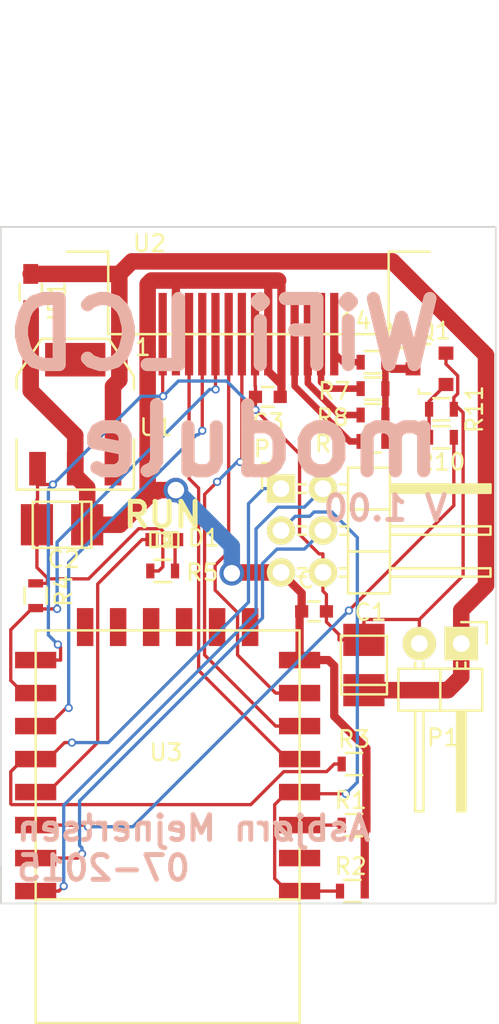
<source format=kicad_pcb>
(kicad_pcb (version 20171130) (host pcbnew "(5.1.12)-1")

  (general
    (thickness 1.6)
    (drawings 10)
    (tracks 273)
    (zones 0)
    (modules 23)
    (nets 23)
  )

  (page A4)
  (layers
    (0 F.Cu signal)
    (31 B.Cu signal)
    (32 B.Adhes user hide)
    (33 F.Adhes user hide)
    (34 B.Paste user hide)
    (35 F.Paste user hide)
    (36 B.SilkS user hide)
    (37 F.SilkS user)
    (38 B.Mask user)
    (39 F.Mask user)
    (40 Dwgs.User user)
    (41 Cmts.User user)
    (42 Eco1.User user)
    (43 Eco2.User user)
    (44 Edge.Cuts user)
    (45 Margin user)
    (46 B.CrtYd user)
    (47 F.CrtYd user)
    (48 B.Fab user)
    (49 F.Fab user hide)
  )

  (setup
    (last_trace_width 0.2)
    (user_trace_width 0.2)
    (user_trace_width 0.3)
    (user_trace_width 0.4)
    (user_trace_width 0.5)
    (user_trace_width 1)
    (user_trace_width 1.5)
    (trace_clearance 0.16)
    (zone_clearance 0.16)
    (zone_45_only no)
    (trace_min 0.16)
    (via_size 0.5)
    (via_drill 0.3)
    (via_min_size 0.4)
    (via_min_drill 0.3)
    (user_via 0.5 0.3)
    (user_via 1.5 1)
    (uvia_size 0.3)
    (uvia_drill 0.1)
    (uvias_allowed no)
    (uvia_min_size 0.2)
    (uvia_min_drill 0.1)
    (edge_width 0.1)
    (segment_width 0.2)
    (pcb_text_width 0.3)
    (pcb_text_size 1.5 1.5)
    (mod_edge_width 0.15)
    (mod_text_size 1 1)
    (mod_text_width 0.15)
    (pad_size 1.7 5.5)
    (pad_drill 1.2)
    (pad_to_mask_clearance 0)
    (aux_axis_origin 71.275 91.25)
    (visible_elements 7FFEFFFF)
    (pcbplotparams
      (layerselection 0x010f0_80000001)
      (usegerberextensions true)
      (usegerberattributes true)
      (usegerberadvancedattributes true)
      (creategerberjobfile true)
      (gerberprecision 5)
      (excludeedgelayer false)
      (linewidth 0.100000)
      (plotframeref false)
      (viasonmask false)
      (mode 1)
      (useauxorigin true)
      (hpglpennumber 1)
      (hpglpenspeed 20)
      (hpglpendiameter 15.000000)
      (psnegative false)
      (psa4output false)
      (plotreference true)
      (plotvalue false)
      (plotinvisibletext false)
      (padsonsilk false)
      (subtractmaskfromsilk false)
      (outputformat 1)
      (mirror false)
      (drillshape 0)
      (scaleselection 1)
      (outputdirectory "G:/gerber/"))
  )

  (net 0 "")
  (net 1 +5V)
  (net 2 GND)
  (net 3 +3V3)
  (net 4 /DTR)
  (net 5 /RX)
  (net 6 /TX)
  (net 7 /RTS)
  (net 8 "Net-(R1-Pad2)")
  (net 9 /MOSI)
  (net 10 /MISO)
  (net 11 /DC)
  (net 12 /SCL)
  (net 13 "Net-(D1-Pad2)")
  (net 14 "Net-(D1-Pad1)")
  (net 15 "Net-(Q1-Pad1)")
  (net 16 "Net-(Q1-Pad3)")
  (net 17 /CS)
  (net 18 "Net-(R6-Pad2)")
  (net 19 "Net-(R7-Pad2)")
  (net 20 "Net-(R8-Pad2)")
  (net 21 "Net-(R9-Pad2)")
  (net 22 /BL)

  (net_class Default "This is the default net class."
    (clearance 0.16)
    (trace_width 0.2)
    (via_dia 0.5)
    (via_drill 0.3)
    (uvia_dia 0.3)
    (uvia_drill 0.1)
    (add_net +3V3)
    (add_net +5V)
    (add_net /BL)
    (add_net /CS)
    (add_net /DC)
    (add_net /DTR)
    (add_net /MISO)
    (add_net /MOSI)
    (add_net /RTS)
    (add_net /RX)
    (add_net /SCL)
    (add_net /TX)
    (add_net GND)
    (add_net "Net-(D1-Pad1)")
    (add_net "Net-(D1-Pad2)")
    (add_net "Net-(Q1-Pad1)")
    (add_net "Net-(Q1-Pad3)")
    (add_net "Net-(R1-Pad2)")
    (add_net "Net-(R6-Pad2)")
    (add_net "Net-(R7-Pad2)")
    (add_net "Net-(R8-Pad2)")
    (add_net "Net-(R9-Pad2)")
  )

  (module SMD_Packages:SOT-223 (layer F.Cu) (tedit 5587E49B) (tstamp 5576ED9E)
    (at 75.825 61.35)
    (descr "module CMS SOT223 4 pins")
    (tags "CMS SOT")
    (path /5576B18F)
    (attr smd)
    (fp_text reference U1 (at 4.9 0.8) (layer F.SilkS)
      (effects (font (size 1 1) (thickness 0.15)))
    )
    (fp_text value AP1117D33 (at 0 0.762) (layer F.Fab)
      (effects (font (size 1 1) (thickness 0.15)))
    )
    (fp_line (start 3.556 -2.286) (end 3.556 -1.524) (layer F.SilkS) (width 0.15))
    (fp_line (start 2.032 -4.572) (end 3.556 -2.286) (layer F.SilkS) (width 0.15))
    (fp_line (start -2.032 -4.572) (end 2.032 -4.572) (layer F.SilkS) (width 0.15))
    (fp_line (start -3.556 -2.286) (end -2.032 -4.572) (layer F.SilkS) (width 0.15))
    (fp_line (start -3.556 -1.524) (end -3.556 -2.286) (layer F.SilkS) (width 0.15))
    (fp_line (start 3.556 4.572) (end 3.556 1.524) (layer F.SilkS) (width 0.15))
    (fp_line (start -3.556 4.572) (end 3.556 4.572) (layer F.SilkS) (width 0.15))
    (fp_line (start -3.556 1.524) (end -3.556 4.572) (layer F.SilkS) (width 0.15))
    (pad 4 smd rect (at 0 -3.302) (size 3.6576 2.032) (layers F.Cu F.Paste F.Mask))
    (pad 2 smd rect (at 0 3.302) (size 1.016 2.032) (layers F.Cu F.Paste F.Mask)
      (net 3 +3V3))
    (pad 3 smd rect (at 2.286 3.302) (size 1.016 2.032) (layers F.Cu F.Paste F.Mask)
      (net 1 +5V))
    (pad 1 smd rect (at -2.286 3.302) (size 1.016 2.032) (layers F.Cu F.Paste F.Mask)
      (net 2 GND))
    (model SMD_Packages.3dshapes/SOT-223.wrl
      (at (xyz 0 0 0))
      (scale (xyz 0.4 0.4 0.4))
      (rotate (xyz 0 0 0))
    )
  )

  (module modules:ESP-12E (layer F.Cu) (tedit 5587E51D) (tstamp 5576EF2B)
    (at 81.425 74.25 180)
    (path /5576B09F)
    (fp_text reference U3 (at 0.1 -7.6 180) (layer F.SilkS)
      (effects (font (size 1 1) (thickness 0.15)))
    )
    (fp_text value ESP-12E (at 0 -12 180) (layer F.Fab)
      (effects (font (size 1 1) (thickness 0.15)))
    )
    (fp_line (start 8 -0.2) (end -8 -0.2) (layer F.SilkS) (width 0.15))
    (fp_line (start 8 -24) (end 8 -0.2) (layer F.SilkS) (width 0.15))
    (fp_line (start -8 -24) (end 8 -24) (layer F.SilkS) (width 0.15))
    (fp_line (start -8 -0.2) (end -8 -24) (layer F.SilkS) (width 0.15))
    (fp_line (start -8 -16.5) (end 8 -16.5) (layer F.SilkS) (width 0.15))
    (pad 1 smd rect (at -8 -16 180) (size 2.5 1) (layers F.Cu F.Paste F.Mask)
      (net 7 /RTS))
    (pad 2 smd rect (at -8 -14 180) (size 2.5 1) (layers F.Cu F.Paste F.Mask))
    (pad 3 smd rect (at -8 -12 180) (size 2.5 1) (layers F.Cu F.Paste F.Mask)
      (net 8 "Net-(R1-Pad2)"))
    (pad 4 smd rect (at -8 -10 180) (size 2.5 1) (layers F.Cu F.Paste F.Mask)
      (net 7 /RTS))
    (pad 5 smd rect (at -8 -8 180) (size 2.5 1) (layers F.Cu F.Paste F.Mask)
      (net 12 /SCL))
    (pad 6 smd rect (at -8 -6 180) (size 2.5 1) (layers F.Cu F.Paste F.Mask)
      (net 10 /MISO))
    (pad 7 smd rect (at -8 -4 180) (size 2.5 1) (layers F.Cu F.Paste F.Mask)
      (net 9 /MOSI))
    (pad 8 smd rect (at -8 -2 180) (size 2.5 1) (layers F.Cu F.Paste F.Mask)
      (net 3 +3V3))
    (pad 15 smd rect (at 8 -2 180) (size 2.5 1) (layers F.Cu F.Paste F.Mask)
      (net 2 GND))
    (pad 16 smd rect (at 8 -4 180) (size 2.5 1) (layers F.Cu F.Paste F.Mask)
      (net 17 /CS))
    (pad 17 smd rect (at 8 -6 180) (size 2.5 1) (layers F.Cu F.Paste F.Mask)
      (net 11 /DC))
    (pad 18 smd rect (at 8 -8 180) (size 2.5 1) (layers F.Cu F.Paste F.Mask)
      (net 4 /DTR))
    (pad 19 smd rect (at 8 -10 180) (size 2.5 1) (layers F.Cu F.Paste F.Mask)
      (net 13 "Net-(D1-Pad2)"))
    (pad 20 smd rect (at 8 -12 180) (size 2.5 1) (layers F.Cu F.Paste F.Mask)
      (net 22 /BL))
    (pad 21 smd rect (at 8 -14 180) (size 2.5 1) (layers F.Cu F.Paste F.Mask)
      (net 6 /TX))
    (pad 22 smd rect (at 8 -16 180) (size 2.5 1) (layers F.Cu F.Paste F.Mask)
      (net 5 /RX))
    (pad 9 smd rect (at -5 0 180) (size 1 2.3) (layers F.Cu F.Paste F.Mask))
    (pad 10 smd rect (at -3 0 180) (size 1 2.3) (layers F.Cu F.Paste F.Mask))
    (pad 11 smd rect (at -1 0 180) (size 1 2.3) (layers F.Cu F.Paste F.Mask))
    (pad 12 smd rect (at 1 0 180) (size 1 2.3) (layers F.Cu F.Paste F.Mask))
    (pad 13 smd rect (at 3 0 180) (size 1 2.3) (layers F.Cu F.Paste F.Mask))
    (pad 14 smd rect (at 5 0 180) (size 1 2.3) (layers F.Cu F.Paste F.Mask))
  )

  (module Capacitors_Tantalum_SMD:TantalC_SizeT_EIA-3528 (layer F.Cu) (tedit 0) (tstamp 5576ED4E)
    (at 93.325 76.55 270)
    (descr TantalC_SizeT_EIA-3528)
    (path /5576E011)
    (fp_text reference C1 (at -3.2 -0.4) (layer F.SilkS)
      (effects (font (size 1 1) (thickness 0.15)))
    )
    (fp_text value "22uF 25V" (at 0 1.9685 270) (layer F.Fab)
      (effects (font (size 1 1) (thickness 0.15)))
    )
    (fp_line (start 1.778 1.397) (end 1.778 -1.397) (layer F.SilkS) (width 0.15))
    (fp_line (start -1.778 1.397) (end 1.778 1.397) (layer F.SilkS) (width 0.15))
    (fp_line (start -1.778 -1.397) (end -1.778 1.397) (layer F.SilkS) (width 0.15))
    (fp_line (start 1.778 -1.397) (end -1.778 -1.397) (layer F.SilkS) (width 0.15))
    (fp_line (start 1.2065 -1.397) (end 1.2065 1.397) (layer F.SilkS) (width 0.15))
    (pad 1 smd rect (at 1.524 0 270) (size 1.95072 2.49936) (layers F.Cu F.Paste F.Mask)
      (net 1 +5V))
    (pad 2 smd rect (at -1.524 0 270) (size 1.95072 2.49936) (layers F.Cu F.Paste F.Mask)
      (net 2 GND))
    (model Capacitors_Tantalum_SMD.3dshapes/TantalC_SizeT_EIA-3528.wrl
      (at (xyz 0 0 0))
      (scale (xyz 1 1 1))
      (rotate (xyz 0 0 0))
    )
  )

  (module Capacitors_Tantalum_SMD:TantalC_SizeT_EIA-3528 (layer F.Cu) (tedit 5587E4B2) (tstamp 5576ED54)
    (at 75.025 68.05)
    (descr TantalC_SizeT_EIA-3528)
    (path /5576DCB8)
    (fp_text reference C2 (at 0.1 2.1) (layer F.SilkS)
      (effects (font (size 1 1) (thickness 0.15)))
    )
    (fp_text value "100uF 6.3v" (at 0 1.9685) (layer F.Fab)
      (effects (font (size 1 1) (thickness 0.15)))
    )
    (fp_line (start 1.778 1.397) (end 1.778 -1.397) (layer F.SilkS) (width 0.15))
    (fp_line (start -1.778 1.397) (end 1.778 1.397) (layer F.SilkS) (width 0.15))
    (fp_line (start -1.778 -1.397) (end -1.778 1.397) (layer F.SilkS) (width 0.15))
    (fp_line (start 1.778 -1.397) (end -1.778 -1.397) (layer F.SilkS) (width 0.15))
    (fp_line (start 1.2065 -1.397) (end 1.2065 1.397) (layer F.SilkS) (width 0.15))
    (pad 1 smd rect (at 1.524 0) (size 1.95072 2.49936) (layers F.Cu F.Paste F.Mask)
      (net 3 +3V3))
    (pad 2 smd rect (at -1.524 0) (size 1.95072 2.49936) (layers F.Cu F.Paste F.Mask)
      (net 2 GND))
    (model Capacitors_Tantalum_SMD.3dshapes/TantalC_SizeT_EIA-3528.wrl
      (at (xyz 0 0 0))
      (scale (xyz 1 1 1))
      (rotate (xyz 0 0 0))
    )
  )

  (module Pin_Headers:Pin_Header_Angled_1x02 (layer F.Cu) (tedit 5587E53A) (tstamp 55780451)
    (at 99.225 75.25 270)
    (descr "Through hole pin header")
    (tags "pin header")
    (path /55780259)
    (fp_text reference P1 (at 5.7 1.1) (layer F.SilkS)
      (effects (font (size 1 1) (thickness 0.15)))
    )
    (fp_text value CONN_01X02 (at 0 -3.1 270) (layer F.Fab)
      (effects (font (size 1 1) (thickness 0.15)))
    )
    (fp_line (start 1.524 -1.27) (end 1.524 1.27) (layer F.SilkS) (width 0.15))
    (fp_line (start 1.524 1.27) (end 4.064 1.27) (layer F.SilkS) (width 0.15))
    (fp_line (start 4.064 -0.254) (end 10.16 -0.254) (layer F.SilkS) (width 0.15))
    (fp_line (start 10.16 -0.254) (end 10.16 0.254) (layer F.SilkS) (width 0.15))
    (fp_line (start 10.16 0.254) (end 4.064 0.254) (layer F.SilkS) (width 0.15))
    (fp_line (start 4.064 1.27) (end 4.064 -1.27) (layer F.SilkS) (width 0.15))
    (fp_line (start 4.064 3.81) (end 4.064 1.27) (layer F.SilkS) (width 0.15))
    (fp_line (start 10.16 2.794) (end 4.064 2.794) (layer F.SilkS) (width 0.15))
    (fp_line (start 10.16 2.286) (end 10.16 2.794) (layer F.SilkS) (width 0.15))
    (fp_line (start 4.064 2.286) (end 10.16 2.286) (layer F.SilkS) (width 0.15))
    (fp_line (start 1.524 3.81) (end 4.064 3.81) (layer F.SilkS) (width 0.15))
    (fp_line (start 1.524 1.27) (end 1.524 3.81) (layer F.SilkS) (width 0.15))
    (fp_line (start 1.524 1.27) (end 4.064 1.27) (layer F.SilkS) (width 0.15))
    (fp_line (start 1.524 -1.27) (end 4.064 -1.27) (layer F.SilkS) (width 0.15))
    (fp_line (start 1.524 2.794) (end 1.143 2.794) (layer F.SilkS) (width 0.15))
    (fp_line (start 1.524 2.286) (end 1.143 2.286) (layer F.SilkS) (width 0.15))
    (fp_line (start 1.524 0.254) (end 1.143 0.254) (layer F.SilkS) (width 0.15))
    (fp_line (start 1.524 -0.254) (end 1.143 -0.254) (layer F.SilkS) (width 0.15))
    (fp_line (start 4.191 0) (end 10.033 0) (layer F.SilkS) (width 0.15))
    (fp_line (start 4.191 0.127) (end 4.191 0) (layer F.SilkS) (width 0.15))
    (fp_line (start 10.033 0.127) (end 4.191 0.127) (layer F.SilkS) (width 0.15))
    (fp_line (start 10.033 -0.127) (end 10.033 0.127) (layer F.SilkS) (width 0.15))
    (fp_line (start 4.191 -0.127) (end 10.033 -0.127) (layer F.SilkS) (width 0.15))
    (fp_line (start 0 -1.55) (end -1.3 -1.55) (layer F.SilkS) (width 0.15))
    (fp_line (start -1.3 -1.55) (end -1.3 0) (layer F.SilkS) (width 0.15))
    (fp_line (start -1.5 4.3) (end 10.65 4.3) (layer F.CrtYd) (width 0.05))
    (fp_line (start -1.5 -1.75) (end 10.65 -1.75) (layer F.CrtYd) (width 0.05))
    (fp_line (start 10.65 -1.75) (end 10.65 4.3) (layer F.CrtYd) (width 0.05))
    (fp_line (start -1.5 -1.75) (end -1.5 4.3) (layer F.CrtYd) (width 0.05))
    (pad 1 thru_hole rect (at 0 0 270) (size 2.032 2.032) (drill 1.016) (layers *.Cu *.Mask F.SilkS)
      (net 1 +5V))
    (pad 2 thru_hole oval (at 0 2.54 270) (size 2.032 2.032) (drill 1.016) (layers *.Cu *.Mask F.SilkS)
      (net 2 GND))
    (model Pin_Headers.3dshapes/Pin_Header_Angled_1x02.wrl
      (offset (xyz 0 -1.269999980926514 0))
      (scale (xyz 1 1 1))
      (rotate (xyz 0 0 90))
    )
  )

  (module LEDs:LED-0603 (layer F.Cu) (tedit 5587E4BC) (tstamp 55797188)
    (at 81.225 68.95 180)
    (descr "LED 0603 smd package")
    (tags "LED led 0603 SMD smd SMT smt smdled SMDLED smtled SMTLED")
    (path /55797143)
    (attr smd)
    (fp_text reference D1 (at -2.4 0.1 180) (layer F.SilkS)
      (effects (font (size 1 1) (thickness 0.15)))
    )
    (fp_text value LED (at 0 1.2 180) (layer F.Fab)
      (effects (font (size 1 1) (thickness 0.15)))
    )
    (fp_line (start -0.44958 0.39878) (end 0.44958 0.39878) (layer F.SilkS) (width 0.15))
    (fp_line (start -0.44958 -0.39878) (end 0.44958 -0.39878) (layer F.SilkS) (width 0.15))
    (fp_line (start 0 -0.14986) (end -0.29972 -0.14986) (layer F.SilkS) (width 0.15))
    (fp_line (start -0.29972 -0.14986) (end -0.29972 0.14986) (layer F.SilkS) (width 0.15))
    (fp_line (start 0 0.14986) (end -0.29972 0.14986) (layer F.SilkS) (width 0.15))
    (fp_line (start 0 -0.14986) (end 0 0.14986) (layer F.SilkS) (width 0.15))
    (fp_line (start 0 0.29972) (end -0.29972 0.29972) (layer F.SilkS) (width 0.15))
    (fp_line (start -0.29972 0.29972) (end -0.29972 0.44958) (layer F.SilkS) (width 0.15))
    (fp_line (start 0 0.44958) (end -0.29972 0.44958) (layer F.SilkS) (width 0.15))
    (fp_line (start 0 0.29972) (end 0 0.44958) (layer F.SilkS) (width 0.15))
    (fp_line (start 0 -0.44958) (end -0.29972 -0.44958) (layer F.SilkS) (width 0.15))
    (fp_line (start -0.29972 -0.44958) (end -0.29972 -0.29972) (layer F.SilkS) (width 0.15))
    (fp_line (start 0 -0.29972) (end -0.29972 -0.29972) (layer F.SilkS) (width 0.15))
    (fp_line (start 0 -0.44958) (end 0 -0.29972) (layer F.SilkS) (width 0.15))
    (fp_line (start 0.84836 -0.44958) (end 0.44958 -0.44958) (layer F.SilkS) (width 0.15))
    (fp_line (start 0.44958 -0.44958) (end 0.44958 0.44958) (layer F.SilkS) (width 0.15))
    (fp_line (start 0.84836 0.44958) (end 0.44958 0.44958) (layer F.SilkS) (width 0.15))
    (fp_line (start 0.84836 -0.44958) (end 0.84836 0.44958) (layer F.SilkS) (width 0.15))
    (fp_line (start -0.44958 -0.44958) (end -0.84836 -0.44958) (layer F.SilkS) (width 0.15))
    (fp_line (start -0.84836 -0.44958) (end -0.84836 0.44958) (layer F.SilkS) (width 0.15))
    (fp_line (start -0.44958 0.44958) (end -0.84836 0.44958) (layer F.SilkS) (width 0.15))
    (fp_line (start -0.44958 -0.44958) (end -0.44958 0.44958) (layer F.SilkS) (width 0.15))
    (pad 2 smd rect (at 0.7493 0) (size 0.79756 0.79756) (layers F.Cu F.Paste F.Mask)
      (net 13 "Net-(D1-Pad2)"))
    (pad 1 smd rect (at -0.7493 0) (size 0.79756 0.79756) (layers F.Cu F.Paste F.Mask)
      (net 14 "Net-(D1-Pad1)"))
  )

  (module Capacitors_SMD:C_0603 (layer F.Cu) (tedit 5587E4D6) (tstamp 5587AEE4)
    (at 87.5 60.3 180)
    (descr "Capacitor SMD 0603, reflow soldering, AVX (see smccp.pdf)")
    (tags "capacitor 0603")
    (path /5576CCD8)
    (attr smd)
    (fp_text reference C3 (at -0.025 -1.55 180) (layer F.SilkS)
      (effects (font (size 1 1) (thickness 0.15)))
    )
    (fp_text value 100n (at 0 1.9 180) (layer F.Fab)
      (effects (font (size 1 1) (thickness 0.15)))
    )
    (fp_line (start 0.35 0.6) (end -0.35 0.6) (layer F.SilkS) (width 0.15))
    (fp_line (start -0.35 -0.6) (end 0.35 -0.6) (layer F.SilkS) (width 0.15))
    (fp_line (start 1.45 -0.75) (end 1.45 0.75) (layer F.CrtYd) (width 0.05))
    (fp_line (start -1.45 -0.75) (end -1.45 0.75) (layer F.CrtYd) (width 0.05))
    (fp_line (start -1.45 0.75) (end 1.45 0.75) (layer F.CrtYd) (width 0.05))
    (fp_line (start -1.45 -0.75) (end 1.45 -0.75) (layer F.CrtYd) (width 0.05))
    (pad 1 smd rect (at -0.75 0 180) (size 0.8 0.75) (layers F.Cu F.Paste F.Mask)
      (net 3 +3V3))
    (pad 2 smd rect (at 0.75 0 180) (size 0.8 0.75) (layers F.Cu F.Paste F.Mask)
      (net 2 GND))
    (model Capacitors_SMD.3dshapes/C_0603.wrl
      (at (xyz 0 0 0))
      (scale (xyz 1 1 1))
      (rotate (xyz 0 0 0))
    )
  )

  (module Capacitors_SMD:C_0603 (layer F.Cu) (tedit 5415D631) (tstamp 5587AEE9)
    (at 90.3 73.3)
    (descr "Capacitor SMD 0603, reflow soldering, AVX (see smccp.pdf)")
    (tags "capacitor 0603")
    (path /5576B526)
    (attr smd)
    (fp_text reference C4 (at 0 -1.9) (layer F.SilkS)
      (effects (font (size 1 1) (thickness 0.15)))
    )
    (fp_text value 100n (at 0 1.9) (layer F.Fab)
      (effects (font (size 1 1) (thickness 0.15)))
    )
    (fp_line (start 0.35 0.6) (end -0.35 0.6) (layer F.SilkS) (width 0.15))
    (fp_line (start -0.35 -0.6) (end 0.35 -0.6) (layer F.SilkS) (width 0.15))
    (fp_line (start 1.45 -0.75) (end 1.45 0.75) (layer F.CrtYd) (width 0.05))
    (fp_line (start -1.45 -0.75) (end -1.45 0.75) (layer F.CrtYd) (width 0.05))
    (fp_line (start -1.45 0.75) (end 1.45 0.75) (layer F.CrtYd) (width 0.05))
    (fp_line (start -1.45 -0.75) (end 1.45 -0.75) (layer F.CrtYd) (width 0.05))
    (pad 1 smd rect (at -0.75 0) (size 0.8 0.75) (layers F.Cu F.Paste F.Mask)
      (net 3 +3V3))
    (pad 2 smd rect (at 0.75 0) (size 0.8 0.75) (layers F.Cu F.Paste F.Mask)
      (net 2 GND))
    (model Capacitors_SMD.3dshapes/C_0603.wrl
      (at (xyz 0 0 0))
      (scale (xyz 1 1 1))
      (rotate (xyz 0 0 0))
    )
  )

  (module Resistors_SMD:R_0603_HandSoldering (layer F.Cu) (tedit 0) (tstamp 5587AEF3)
    (at 73.125 53.95 270)
    (descr "Resistor SMD 0603, hand soldering")
    (tags "resistor 0603")
    (path /55873135)
    (attr smd)
    (fp_text reference JP1 (at 0.7 -1.6 270) (layer F.SilkS)
      (effects (font (size 1 1) (thickness 0.15)))
    )
    (fp_text value JUMPER (at 0 1.9 270) (layer F.Fab)
      (effects (font (size 1 1) (thickness 0.15)))
    )
    (fp_line (start -0.5 -0.675) (end 0.5 -0.675) (layer F.SilkS) (width 0.15))
    (fp_line (start 0.5 0.675) (end -0.5 0.675) (layer F.SilkS) (width 0.15))
    (fp_line (start 2 -0.8) (end 2 0.8) (layer F.CrtYd) (width 0.05))
    (fp_line (start -2 -0.8) (end -2 0.8) (layer F.CrtYd) (width 0.05))
    (fp_line (start -2 0.8) (end 2 0.8) (layer F.CrtYd) (width 0.05))
    (fp_line (start -2 -0.8) (end 2 -0.8) (layer F.CrtYd) (width 0.05))
    (pad 1 smd rect (at -1.1 0 270) (size 1.2 0.9) (layers F.Cu F.Paste F.Mask)
      (net 1 +5V))
    (pad 2 smd rect (at 1.1 0 270) (size 1.2 0.9) (layers F.Cu F.Paste F.Mask)
      (net 3 +3V3))
    (model Resistors_SMD.3dshapes/R_0603_HandSoldering.wrl
      (at (xyz 0 0 0))
      (scale (xyz 1 1 1))
      (rotate (xyz 0 0 0))
    )
  )

  (module Resistors_SMD:R_0603 (layer F.Cu) (tedit 0) (tstamp 5587AF04)
    (at 92.725 86.25 180)
    (descr "Resistor SMD 0603, reflow soldering, Vishay (see dcrcw.pdf)")
    (tags "resistor 0603")
    (path /5576B3BD)
    (attr smd)
    (fp_text reference R1 (at 0.2 1.5 180) (layer F.SilkS)
      (effects (font (size 1 1) (thickness 0.15)))
    )
    (fp_text value 10K (at 0 1.9 180) (layer F.Fab)
      (effects (font (size 1 1) (thickness 0.15)))
    )
    (fp_line (start -0.5 -0.675) (end 0.5 -0.675) (layer F.SilkS) (width 0.15))
    (fp_line (start 0.5 0.675) (end -0.5 0.675) (layer F.SilkS) (width 0.15))
    (fp_line (start 1.3 -0.8) (end 1.3 0.8) (layer F.CrtYd) (width 0.05))
    (fp_line (start -1.3 -0.8) (end -1.3 0.8) (layer F.CrtYd) (width 0.05))
    (fp_line (start -1.3 0.8) (end 1.3 0.8) (layer F.CrtYd) (width 0.05))
    (fp_line (start -1.3 -0.8) (end 1.3 -0.8) (layer F.CrtYd) (width 0.05))
    (pad 1 smd rect (at -0.75 0 180) (size 0.5 0.9) (layers F.Cu F.Paste F.Mask)
      (net 3 +3V3))
    (pad 2 smd rect (at 0.75 0 180) (size 0.5 0.9) (layers F.Cu F.Paste F.Mask)
      (net 8 "Net-(R1-Pad2)"))
    (model Resistors_SMD.3dshapes/R_0603.wrl
      (at (xyz 0 0 0))
      (scale (xyz 1 1 1))
      (rotate (xyz 0 0 0))
    )
  )

  (module Resistors_SMD:R_0603 (layer F.Cu) (tedit 5587E52B) (tstamp 5587AF09)
    (at 92.625 90.25 180)
    (descr "Resistor SMD 0603, reflow soldering, Vishay (see dcrcw.pdf)")
    (tags "resistor 0603")
    (path /5576B335)
    (attr smd)
    (fp_text reference R2 (at 0.1 1.5 180) (layer F.SilkS)
      (effects (font (size 1 1) (thickness 0.15)))
    )
    (fp_text value 10K (at 0 1.9 180) (layer F.Fab)
      (effects (font (size 1 1) (thickness 0.15)))
    )
    (fp_line (start -0.5 -0.675) (end 0.5 -0.675) (layer F.SilkS) (width 0.15))
    (fp_line (start 0.5 0.675) (end -0.5 0.675) (layer F.SilkS) (width 0.15))
    (fp_line (start 1.3 -0.8) (end 1.3 0.8) (layer F.CrtYd) (width 0.05))
    (fp_line (start -1.3 -0.8) (end -1.3 0.8) (layer F.CrtYd) (width 0.05))
    (fp_line (start -1.3 0.8) (end 1.3 0.8) (layer F.CrtYd) (width 0.05))
    (fp_line (start -1.3 -0.8) (end 1.3 -0.8) (layer F.CrtYd) (width 0.05))
    (pad 1 smd rect (at -0.75 0 180) (size 0.5 0.9) (layers F.Cu F.Paste F.Mask)
      (net 3 +3V3))
    (pad 2 smd rect (at 0.75 0 180) (size 0.5 0.9) (layers F.Cu F.Paste F.Mask)
      (net 7 /RTS))
    (model Resistors_SMD.3dshapes/R_0603.wrl
      (at (xyz 0 0 0))
      (scale (xyz 1 1 1))
      (rotate (xyz 0 0 0))
    )
  )

  (module Resistors_SMD:R_0603 (layer F.Cu) (tedit 0) (tstamp 5587AF0E)
    (at 92.725 82.55 180)
    (descr "Resistor SMD 0603, reflow soldering, Vishay (see dcrcw.pdf)")
    (tags "resistor 0603")
    (path /5576B407)
    (attr smd)
    (fp_text reference R3 (at 0 1.5 180) (layer F.SilkS)
      (effects (font (size 1 1) (thickness 0.15)))
    )
    (fp_text value 10K (at 0 1.9 180) (layer F.Fab)
      (effects (font (size 1 1) (thickness 0.15)))
    )
    (fp_line (start -0.5 -0.675) (end 0.5 -0.675) (layer F.SilkS) (width 0.15))
    (fp_line (start 0.5 0.675) (end -0.5 0.675) (layer F.SilkS) (width 0.15))
    (fp_line (start 1.3 -0.8) (end 1.3 0.8) (layer F.CrtYd) (width 0.05))
    (fp_line (start -1.3 -0.8) (end -1.3 0.8) (layer F.CrtYd) (width 0.05))
    (fp_line (start -1.3 0.8) (end 1.3 0.8) (layer F.CrtYd) (width 0.05))
    (fp_line (start -1.3 -0.8) (end 1.3 -0.8) (layer F.CrtYd) (width 0.05))
    (pad 1 smd rect (at -0.75 0 180) (size 0.5 0.9) (layers F.Cu F.Paste F.Mask)
      (net 3 +3V3))
    (pad 2 smd rect (at 0.75 0 180) (size 0.5 0.9) (layers F.Cu F.Paste F.Mask)
      (net 4 /DTR))
    (model Resistors_SMD.3dshapes/R_0603.wrl
      (at (xyz 0 0 0))
      (scale (xyz 1 1 1))
      (rotate (xyz 0 0 0))
    )
  )

  (module Resistors_SMD:R_0603 (layer F.Cu) (tedit 5587E4B4) (tstamp 5587AF13)
    (at 73.425 72.35 90)
    (descr "Resistor SMD 0603, reflow soldering, Vishay (see dcrcw.pdf)")
    (tags "resistor 0603")
    (path /5576B4AC)
    (attr smd)
    (fp_text reference R4 (at 0.3 1.7 90) (layer F.SilkS)
      (effects (font (size 1 1) (thickness 0.15)))
    )
    (fp_text value 10K (at 0 1.9 90) (layer F.Fab)
      (effects (font (size 1 1) (thickness 0.15)))
    )
    (fp_line (start -0.5 -0.675) (end 0.5 -0.675) (layer F.SilkS) (width 0.15))
    (fp_line (start 0.5 0.675) (end -0.5 0.675) (layer F.SilkS) (width 0.15))
    (fp_line (start 1.3 -0.8) (end 1.3 0.8) (layer F.CrtYd) (width 0.05))
    (fp_line (start -1.3 -0.8) (end -1.3 0.8) (layer F.CrtYd) (width 0.05))
    (fp_line (start -1.3 0.8) (end 1.3 0.8) (layer F.CrtYd) (width 0.05))
    (fp_line (start -1.3 -0.8) (end 1.3 -0.8) (layer F.CrtYd) (width 0.05))
    (pad 1 smd rect (at -0.75 0 90) (size 0.5 0.9) (layers F.Cu F.Paste F.Mask)
      (net 17 /CS))
    (pad 2 smd rect (at 0.75 0 90) (size 0.5 0.9) (layers F.Cu F.Paste F.Mask)
      (net 2 GND))
    (model Resistors_SMD.3dshapes/R_0603.wrl
      (at (xyz 0 0 0))
      (scale (xyz 1 1 1))
      (rotate (xyz 0 0 0))
    )
  )

  (module Resistors_SMD:R_0603 (layer F.Cu) (tedit 5587E4B9) (tstamp 5587AF18)
    (at 81.125 70.85 180)
    (descr "Resistor SMD 0603, reflow soldering, Vishay (see dcrcw.pdf)")
    (tags "resistor 0603")
    (path /55797314)
    (attr smd)
    (fp_text reference R5 (at -2.4 -0.1 180) (layer F.SilkS)
      (effects (font (size 1 1) (thickness 0.15)))
    )
    (fp_text value 220 (at 0 1.9 180) (layer F.Fab)
      (effects (font (size 1 1) (thickness 0.15)))
    )
    (fp_line (start -0.5 -0.675) (end 0.5 -0.675) (layer F.SilkS) (width 0.15))
    (fp_line (start 0.5 0.675) (end -0.5 0.675) (layer F.SilkS) (width 0.15))
    (fp_line (start 1.3 -0.8) (end 1.3 0.8) (layer F.CrtYd) (width 0.05))
    (fp_line (start -1.3 -0.8) (end -1.3 0.8) (layer F.CrtYd) (width 0.05))
    (fp_line (start -1.3 0.8) (end 1.3 0.8) (layer F.CrtYd) (width 0.05))
    (fp_line (start -1.3 -0.8) (end 1.3 -0.8) (layer F.CrtYd) (width 0.05))
    (pad 1 smd rect (at -0.75 0 180) (size 0.5 0.9) (layers F.Cu F.Paste F.Mask)
      (net 14 "Net-(D1-Pad1)"))
    (pad 2 smd rect (at 0.75 0 180) (size 0.5 0.9) (layers F.Cu F.Paste F.Mask)
      (net 2 GND))
    (model Resistors_SMD.3dshapes/R_0603.wrl
      (at (xyz 0 0 0))
      (scale (xyz 1 1 1))
      (rotate (xyz 0 0 0))
    )
  )

  (module Resistors_SMD:R_0603 (layer F.Cu) (tedit 558BBE99) (tstamp 5587AF22)
    (at 93.875 58.2 180)
    (descr "Resistor SMD 0603, reflow soldering, Vishay (see dcrcw.pdf)")
    (tags "resistor 0603")
    (path /55870C9D)
    (attr smd)
    (fp_text reference R6 (at -1.625 1.6 90) (layer F.SilkS)
      (effects (font (size 1 1) (thickness 0.15)))
    )
    (fp_text value 4R7 (at 0 1.9 180) (layer F.Fab)
      (effects (font (size 1 1) (thickness 0.15)))
    )
    (fp_line (start -0.5 -0.675) (end 0.5 -0.675) (layer F.SilkS) (width 0.15))
    (fp_line (start 0.5 0.675) (end -0.5 0.675) (layer F.SilkS) (width 0.15))
    (fp_line (start 1.3 -0.8) (end 1.3 0.8) (layer F.CrtYd) (width 0.05))
    (fp_line (start -1.3 -0.8) (end -1.3 0.8) (layer F.CrtYd) (width 0.05))
    (fp_line (start -1.3 0.8) (end 1.3 0.8) (layer F.CrtYd) (width 0.05))
    (fp_line (start -1.3 -0.8) (end 1.3 -0.8) (layer F.CrtYd) (width 0.05))
    (pad 1 smd rect (at -0.75 0 180) (size 0.5 0.9) (layers F.Cu F.Paste F.Mask)
      (net 16 "Net-(Q1-Pad3)"))
    (pad 2 smd rect (at 0.75 0 180) (size 0.5 0.9) (layers F.Cu F.Paste F.Mask)
      (net 18 "Net-(R6-Pad2)"))
    (model Resistors_SMD.3dshapes/R_0603.wrl
      (at (xyz 0 0 0))
      (scale (xyz 1 1 1))
      (rotate (xyz 0 0 0))
    )
  )

  (module Resistors_SMD:R_0603 (layer F.Cu) (tedit 0) (tstamp 5587AF28)
    (at 93.875 59.8 180)
    (descr "Resistor SMD 0603, reflow soldering, Vishay (see dcrcw.pdf)")
    (tags "resistor 0603")
    (path /55870E0E)
    (attr smd)
    (fp_text reference R7 (at 2.35 -0.15 180) (layer F.SilkS)
      (effects (font (size 1 1) (thickness 0.15)))
    )
    (fp_text value 4R7 (at 0 1.9 180) (layer F.Fab)
      (effects (font (size 1 1) (thickness 0.15)))
    )
    (fp_line (start -0.5 -0.675) (end 0.5 -0.675) (layer F.SilkS) (width 0.15))
    (fp_line (start 0.5 0.675) (end -0.5 0.675) (layer F.SilkS) (width 0.15))
    (fp_line (start 1.3 -0.8) (end 1.3 0.8) (layer F.CrtYd) (width 0.05))
    (fp_line (start -1.3 -0.8) (end -1.3 0.8) (layer F.CrtYd) (width 0.05))
    (fp_line (start -1.3 0.8) (end 1.3 0.8) (layer F.CrtYd) (width 0.05))
    (fp_line (start -1.3 -0.8) (end 1.3 -0.8) (layer F.CrtYd) (width 0.05))
    (pad 1 smd rect (at -0.75 0 180) (size 0.5 0.9) (layers F.Cu F.Paste F.Mask)
      (net 16 "Net-(Q1-Pad3)"))
    (pad 2 smd rect (at 0.75 0 180) (size 0.5 0.9) (layers F.Cu F.Paste F.Mask)
      (net 19 "Net-(R7-Pad2)"))
    (model Resistors_SMD.3dshapes/R_0603.wrl
      (at (xyz 0 0 0))
      (scale (xyz 1 1 1))
      (rotate (xyz 0 0 0))
    )
  )

  (module Resistors_SMD:R_0603 (layer F.Cu) (tedit 0) (tstamp 5587AF2E)
    (at 93.875 61.4 180)
    (descr "Resistor SMD 0603, reflow soldering, Vishay (see dcrcw.pdf)")
    (tags "resistor 0603")
    (path /55870E44)
    (attr smd)
    (fp_text reference R8 (at 2.45 -0.15 180) (layer F.SilkS)
      (effects (font (size 1 1) (thickness 0.15)))
    )
    (fp_text value 4R7 (at 0 1.9 180) (layer F.Fab)
      (effects (font (size 1 1) (thickness 0.15)))
    )
    (fp_line (start -0.5 -0.675) (end 0.5 -0.675) (layer F.SilkS) (width 0.15))
    (fp_line (start 0.5 0.675) (end -0.5 0.675) (layer F.SilkS) (width 0.15))
    (fp_line (start 1.3 -0.8) (end 1.3 0.8) (layer F.CrtYd) (width 0.05))
    (fp_line (start -1.3 -0.8) (end -1.3 0.8) (layer F.CrtYd) (width 0.05))
    (fp_line (start -1.3 0.8) (end 1.3 0.8) (layer F.CrtYd) (width 0.05))
    (fp_line (start -1.3 -0.8) (end 1.3 -0.8) (layer F.CrtYd) (width 0.05))
    (pad 1 smd rect (at -0.75 0 180) (size 0.5 0.9) (layers F.Cu F.Paste F.Mask)
      (net 16 "Net-(Q1-Pad3)"))
    (pad 2 smd rect (at 0.75 0 180) (size 0.5 0.9) (layers F.Cu F.Paste F.Mask)
      (net 20 "Net-(R8-Pad2)"))
    (model Resistors_SMD.3dshapes/R_0603.wrl
      (at (xyz 0 0 0))
      (scale (xyz 1 1 1))
      (rotate (xyz 0 0 0))
    )
  )

  (module Resistors_SMD:R_0603 (layer F.Cu) (tedit 5587E4FD) (tstamp 5587AF34)
    (at 93.875 63 180)
    (descr "Resistor SMD 0603, reflow soldering, Vishay (see dcrcw.pdf)")
    (tags "resistor 0603")
    (path /55870E7C)
    (attr smd)
    (fp_text reference R9 (at 2.55 -0.15 180) (layer F.SilkS)
      (effects (font (size 1 1) (thickness 0.15)))
    )
    (fp_text value 4R7 (at 0 1.9 180) (layer F.Fab)
      (effects (font (size 1 1) (thickness 0.15)))
    )
    (fp_line (start -0.5 -0.675) (end 0.5 -0.675) (layer F.SilkS) (width 0.15))
    (fp_line (start 0.5 0.675) (end -0.5 0.675) (layer F.SilkS) (width 0.15))
    (fp_line (start 1.3 -0.8) (end 1.3 0.8) (layer F.CrtYd) (width 0.05))
    (fp_line (start -1.3 -0.8) (end -1.3 0.8) (layer F.CrtYd) (width 0.05))
    (fp_line (start -1.3 0.8) (end 1.3 0.8) (layer F.CrtYd) (width 0.05))
    (fp_line (start -1.3 -0.8) (end 1.3 -0.8) (layer F.CrtYd) (width 0.05))
    (pad 1 smd rect (at -0.75 0 180) (size 0.5 0.9) (layers F.Cu F.Paste F.Mask)
      (net 16 "Net-(Q1-Pad3)"))
    (pad 2 smd rect (at 0.75 0 180) (size 0.5 0.9) (layers F.Cu F.Paste F.Mask)
      (net 21 "Net-(R9-Pad2)"))
    (model Resistors_SMD.3dshapes/R_0603.wrl
      (at (xyz 0 0 0))
      (scale (xyz 1 1 1))
      (rotate (xyz 0 0 0))
    )
  )

  (module Resistors_SMD:R_0603 (layer F.Cu) (tedit 5587E4F6) (tstamp 5587AF3A)
    (at 98.025 61.05 180)
    (descr "Resistor SMD 0603, reflow soldering, Vishay (see dcrcw.pdf)")
    (tags "resistor 0603")
    (path /558722AB)
    (attr smd)
    (fp_text reference R10 (at 0 -3.2 180) (layer F.SilkS)
      (effects (font (size 1 1) (thickness 0.15)))
    )
    (fp_text value 100k (at 0 1.9 180) (layer F.Fab)
      (effects (font (size 1 1) (thickness 0.15)))
    )
    (fp_line (start -0.5 -0.675) (end 0.5 -0.675) (layer F.SilkS) (width 0.15))
    (fp_line (start 0.5 0.675) (end -0.5 0.675) (layer F.SilkS) (width 0.15))
    (fp_line (start 1.3 -0.8) (end 1.3 0.8) (layer F.CrtYd) (width 0.05))
    (fp_line (start -1.3 -0.8) (end -1.3 0.8) (layer F.CrtYd) (width 0.05))
    (fp_line (start -1.3 0.8) (end 1.3 0.8) (layer F.CrtYd) (width 0.05))
    (fp_line (start -1.3 -0.8) (end 1.3 -0.8) (layer F.CrtYd) (width 0.05))
    (pad 1 smd rect (at -0.75 0 180) (size 0.5 0.9) (layers F.Cu F.Paste F.Mask)
      (net 2 GND))
    (pad 2 smd rect (at 0.75 0 180) (size 0.5 0.9) (layers F.Cu F.Paste F.Mask)
      (net 15 "Net-(Q1-Pad1)"))
    (model Resistors_SMD.3dshapes/R_0603.wrl
      (at (xyz 0 0 0))
      (scale (xyz 1 1 1))
      (rotate (xyz 0 0 0))
    )
  )

  (module Resistors_SMD:R_0603 (layer F.Cu) (tedit 5587E4F2) (tstamp 5587AF40)
    (at 98.025 62.75)
    (descr "Resistor SMD 0603, reflow soldering, Vishay (see dcrcw.pdf)")
    (tags "resistor 0603")
    (path /55872B6E)
    (attr smd)
    (fp_text reference R11 (at 2 -1.7 90) (layer F.SilkS)
      (effects (font (size 1 1) (thickness 0.15)))
    )
    (fp_text value 10 (at 0 1.9) (layer F.Fab)
      (effects (font (size 1 1) (thickness 0.15)))
    )
    (fp_line (start -0.5 -0.675) (end 0.5 -0.675) (layer F.SilkS) (width 0.15))
    (fp_line (start 0.5 0.675) (end -0.5 0.675) (layer F.SilkS) (width 0.15))
    (fp_line (start 1.3 -0.8) (end 1.3 0.8) (layer F.CrtYd) (width 0.05))
    (fp_line (start -1.3 -0.8) (end -1.3 0.8) (layer F.CrtYd) (width 0.05))
    (fp_line (start -1.3 0.8) (end 1.3 0.8) (layer F.CrtYd) (width 0.05))
    (fp_line (start -1.3 -0.8) (end 1.3 -0.8) (layer F.CrtYd) (width 0.05))
    (pad 1 smd rect (at -0.75 0) (size 0.5 0.9) (layers F.Cu F.Paste F.Mask)
      (net 15 "Net-(Q1-Pad1)"))
    (pad 2 smd rect (at 0.75 0) (size 0.5 0.9) (layers F.Cu F.Paste F.Mask)
      (net 22 /BL))
    (model Resistors_SMD.3dshapes/R_0603.wrl
      (at (xyz 0 0 0))
      (scale (xyz 1 1 1))
      (rotate (xyz 0 0 0))
    )
  )

  (module Pin_Headers:Pin_Header_Angled_2x03 (layer F.Cu) (tedit 5587E4D3) (tstamp 5587B165)
    (at 88.3 65.86)
    (descr "Through hole pin header")
    (tags "pin header")
    (path /5576BB94)
    (fp_text reference P2 (at -0.675 -2.41) (layer F.SilkS)
      (effects (font (size 1 1) (thickness 0.15)))
    )
    (fp_text value CONN_01X06 (at 0 -3.1) (layer F.Fab)
      (effects (font (size 1 1) (thickness 0.15)))
    )
    (fp_line (start 4.064 -1.27) (end 6.604 -1.27) (layer F.SilkS) (width 0.15))
    (fp_line (start 4.064 -1.27) (end 4.064 1.27) (layer F.SilkS) (width 0.15))
    (fp_line (start 4.064 1.27) (end 6.604 1.27) (layer F.SilkS) (width 0.15))
    (fp_line (start 6.604 -0.254) (end 12.7 -0.254) (layer F.SilkS) (width 0.15))
    (fp_line (start 12.7 -0.254) (end 12.7 0.254) (layer F.SilkS) (width 0.15))
    (fp_line (start 12.7 0.254) (end 6.604 0.254) (layer F.SilkS) (width 0.15))
    (fp_line (start 6.604 1.27) (end 6.604 -1.27) (layer F.SilkS) (width 0.15))
    (fp_line (start 4.064 1.27) (end 6.604 1.27) (layer F.SilkS) (width 0.15))
    (fp_line (start 4.064 3.81) (end 6.604 3.81) (layer F.SilkS) (width 0.15))
    (fp_line (start 4.064 3.81) (end 4.064 6.35) (layer F.SilkS) (width 0.15))
    (fp_line (start 4.064 6.35) (end 6.604 6.35) (layer F.SilkS) (width 0.15))
    (fp_line (start 6.604 4.826) (end 12.7 4.826) (layer F.SilkS) (width 0.15))
    (fp_line (start 12.7 4.826) (end 12.7 5.334) (layer F.SilkS) (width 0.15))
    (fp_line (start 12.7 5.334) (end 6.604 5.334) (layer F.SilkS) (width 0.15))
    (fp_line (start 6.604 6.35) (end 6.604 3.81) (layer F.SilkS) (width 0.15))
    (fp_line (start 4.064 6.35) (end 6.604 6.35) (layer F.SilkS) (width 0.15))
    (fp_line (start 6.604 3.81) (end 6.604 1.27) (layer F.SilkS) (width 0.15))
    (fp_line (start 12.7 2.794) (end 6.604 2.794) (layer F.SilkS) (width 0.15))
    (fp_line (start 12.7 2.286) (end 12.7 2.794) (layer F.SilkS) (width 0.15))
    (fp_line (start 6.604 2.286) (end 12.7 2.286) (layer F.SilkS) (width 0.15))
    (fp_line (start 4.064 3.81) (end 6.604 3.81) (layer F.SilkS) (width 0.15))
    (fp_line (start 4.064 1.27) (end 4.064 3.81) (layer F.SilkS) (width 0.15))
    (fp_line (start 6.731 0) (end 12.573 0) (layer F.SilkS) (width 0.15))
    (fp_line (start 6.731 0.127) (end 6.731 0) (layer F.SilkS) (width 0.15))
    (fp_line (start 12.573 0.127) (end 6.731 0.127) (layer F.SilkS) (width 0.15))
    (fp_line (start 12.573 -0.127) (end 12.573 0.127) (layer F.SilkS) (width 0.15))
    (fp_line (start 6.604 -0.127) (end 12.573 -0.127) (layer F.SilkS) (width 0.15))
    (fp_line (start -1.15 -1.55) (end -1.15 0) (layer F.SilkS) (width 0.15))
    (fp_line (start 0 -1.55) (end -1.15 -1.55) (layer F.SilkS) (width 0.15))
    (fp_line (start 4.064 0.254) (end 3.556 0.254) (layer F.SilkS) (width 0.15))
    (fp_line (start 4.064 -0.254) (end 3.556 -0.254) (layer F.SilkS) (width 0.15))
    (fp_line (start 4.064 5.334) (end 3.556 5.334) (layer F.SilkS) (width 0.15))
    (fp_line (start 4.064 4.826) (end 3.556 4.826) (layer F.SilkS) (width 0.15))
    (fp_line (start 4.064 2.794) (end 3.556 2.794) (layer F.SilkS) (width 0.15))
    (fp_line (start 4.064 2.286) (end 3.556 2.286) (layer F.SilkS) (width 0.15))
    (fp_line (start 1.524 -0.254) (end 1.016 -0.254) (layer F.SilkS) (width 0.15))
    (fp_line (start 1.524 0.254) (end 1.016 0.254) (layer F.SilkS) (width 0.15))
    (fp_line (start 1.524 2.286) (end 1.016 2.286) (layer F.SilkS) (width 0.15))
    (fp_line (start 1.524 2.794) (end 1.016 2.794) (layer F.SilkS) (width 0.15))
    (fp_line (start 1.524 4.826) (end 1.016 4.826) (layer F.SilkS) (width 0.15))
    (fp_line (start 1.524 5.334) (end 1.016 5.334) (layer F.SilkS) (width 0.15))
    (fp_line (start -1.35 6.85) (end 13.2 6.85) (layer F.CrtYd) (width 0.05))
    (fp_line (start -1.35 -1.75) (end 13.2 -1.75) (layer F.CrtYd) (width 0.05))
    (fp_line (start 13.2 -1.75) (end 13.2 6.85) (layer F.CrtYd) (width 0.05))
    (fp_line (start -1.35 -1.75) (end -1.35 6.85) (layer F.CrtYd) (width 0.05))
    (pad 1 thru_hole rect (at 0 0) (size 1.7272 1.7272) (drill 1.016) (layers *.Cu *.Mask F.SilkS)
      (net 4 /DTR))
    (pad 2 thru_hole oval (at 2.54 0) (size 1.7272 1.7272) (drill 1.016) (layers *.Cu *.Mask F.SilkS)
      (net 5 /RX))
    (pad 3 thru_hole oval (at 0 2.54) (size 1.7272 1.7272) (drill 1.016) (layers *.Cu *.Mask F.SilkS)
      (net 7 /RTS))
    (pad 4 thru_hole oval (at 2.54 2.54) (size 1.7272 1.7272) (drill 1.016) (layers *.Cu *.Mask F.SilkS)
      (net 6 /TX))
    (pad 5 thru_hole oval (at 0 5.08) (size 1.7272 1.7272) (drill 1.016) (layers *.Cu *.Mask F.SilkS)
      (net 3 +3V3))
    (pad 6 thru_hole oval (at 2.54 5.08) (size 1.7272 1.7272) (drill 1.016) (layers *.Cu *.Mask F.SilkS)
      (net 2 GND))
    (model Pin_Headers.3dshapes/Pin_Header_Angled_2x03.wrl
      (offset (xyz 1.269999980926514 -2.539999961853027 0))
      (scale (xyz 1 1 1))
      (rotate (xyz 0 0 90))
    )
  )

  (module Modules:TM022HDH26_PADSONLY (layer F.Cu) (tedit 558BBE8E) (tstamp 558A55F6)
    (at 86.325 36.5 180)
    (path /5576B100)
    (fp_text reference U2 (at 6 -14.5 180) (layer F.SilkS)
      (effects (font (size 1 1) (thickness 0.15)))
    )
    (fp_text value TM022HDH26 (at -2.5 -14 180) (layer F.Fab)
      (effects (font (size 1 1) (thickness 0.15)))
    )
    (fp_line (start -8.5 -20) (end -8.5 -15) (layer F.SilkS) (width 0.15))
    (fp_line (start 8.5 -20) (end -8.5 -20) (layer F.SilkS) (width 0.15))
    (fp_line (start 8.5 -15) (end 8.5 -20) (layer F.SilkS) (width 0.15))
    (fp_line (start 8.5 -20) (end 8.5 -15) (layer F.SilkS) (width 0.15))
    (fp_line (start -11 -15) (end -8.5 -15) (layer F.SilkS) (width 0.15))
    (fp_line (start 11 -15) (end 8.5 -15) (layer F.SilkS) (width 0.15))
    (fp_text user 14 (at -6.475 -19.2 180) (layer F.SilkS)
      (effects (font (size 1 1) (thickness 0.15)))
    )
    (fp_text user 1 (at 6.4 -20.8 180) (layer F.SilkS)
      (effects (font (size 1 1) (thickness 0.15)))
    )
    (pad 7 smd rect (at 0.4 -20 180) (size 0.5 5) (layers F.Cu F.Paste F.Mask)
      (net 10 /MISO))
    (pad 8 smd rect (at -0.4 -20 180) (size 0.5 5) (layers F.Cu F.Paste F.Mask)
      (net 2 GND))
    (pad 6 smd rect (at 1.2 -20 180) (size 0.5 5) (layers F.Cu F.Paste F.Mask)
      (net 9 /MOSI))
    (pad 5 smd rect (at 2 -20 180) (size 0.5 5) (layers F.Cu F.Paste F.Mask)
      (net 17 /CS))
    (pad 4 smd rect (at 2.8 -20 180) (size 0.5 5) (layers F.Cu F.Paste F.Mask)
      (net 11 /DC))
    (pad 3 smd rect (at 3.6 -20 180) (size 0.5 5) (layers F.Cu F.Paste F.Mask)
      (net 12 /SCL))
    (pad 2 smd rect (at 4.4 -20 180) (size 0.5 5) (layers F.Cu F.Paste F.Mask)
      (net 3 +3V3))
    (pad 1 smd rect (at 5.2 -20 180) (size 0.5 5) (layers F.Cu F.Paste F.Mask)
      (net 2 GND))
    (pad 9 smd rect (at -1.2 -20 180) (size 0.5 5) (layers F.Cu F.Paste F.Mask)
      (net 3 +3V3))
    (pad 10 smd rect (at -2 -20 180) (size 0.5 5) (layers F.Cu F.Paste F.Mask)
      (net 3 +3V3))
    (pad 11 smd rect (at -2.8 -20 180) (size 0.5 5) (layers F.Cu F.Paste F.Mask)
      (net 21 "Net-(R9-Pad2)"))
    (pad 12 smd rect (at -3.6 -20 180) (size 0.5 5) (layers F.Cu F.Paste F.Mask)
      (net 20 "Net-(R8-Pad2)"))
    (pad 13 smd rect (at -4.4 -20 180) (size 0.5 5) (layers F.Cu F.Paste F.Mask)
      (net 19 "Net-(R7-Pad2)"))
    (pad 14 smd rect (at -5.2 -20 180) (size 0.5 5) (layers F.Cu F.Paste F.Mask)
      (net 18 "Net-(R6-Pad2)"))
  )

  (module Housings:SOT-23 (layer F.Cu) (tedit 558BBE81) (tstamp 558BBE66)
    (at 97.3 58.6 90)
    (descr "SOT-23, Standard")
    (tags SOT-23)
    (path /55871ACB)
    (fp_text reference Q1 (at 2.3 0.3 180) (layer F.SilkS)
      (effects (font (size 1 1) (thickness 0.15)))
    )
    (fp_text value BSS138 (at 0 2.3 90) (layer F.Fab)
      (effects (font (size 1 1) (thickness 0.15)))
    )
    (fp_line (start 1.49982 -0.65024) (end 1.49982 0.0508) (layer F.SilkS) (width 0.15))
    (fp_line (start 1.29916 -0.65024) (end 1.49982 -0.65024) (layer F.SilkS) (width 0.15))
    (fp_line (start -1.49982 -0.65024) (end -1.2509 -0.65024) (layer F.SilkS) (width 0.15))
    (fp_line (start -1.49982 0.0508) (end -1.49982 -0.65024) (layer F.SilkS) (width 0.15))
    (fp_line (start 1.29916 -0.65024) (end 1.2509 -0.65024) (layer F.SilkS) (width 0.15))
    (fp_line (start -1.65 1.6) (end -1.65 -1.6) (layer F.CrtYd) (width 0.05))
    (fp_line (start 1.65 1.6) (end -1.65 1.6) (layer F.CrtYd) (width 0.05))
    (fp_line (start 1.65 -1.6) (end 1.65 1.6) (layer F.CrtYd) (width 0.05))
    (fp_line (start -1.65 -1.6) (end 1.65 -1.6) (layer F.CrtYd) (width 0.05))
    (pad 1 smd rect (at -0.95 1 90) (size 0.8 0.9) (layers F.Cu F.Paste F.Mask)
      (net 15 "Net-(Q1-Pad1)"))
    (pad 2 smd rect (at 0.95 1 90) (size 0.8 0.9) (layers F.Cu F.Paste F.Mask)
      (net 2 GND))
    (pad 3 smd rect (at 0 -1 90) (size 0.8 0.9) (layers F.Cu F.Paste F.Mask)
      (net 16 "Net-(Q1-Pad3)"))
    (model Housings_SOT-23_SOT-143_TSOT-6.3dshapes/SOT-23.wrl
      (at (xyz 0 0 0))
      (scale (xyz 1 1 1))
      (rotate (xyz 0 0 0))
    )
  )

  (gr_text RUN (at 81.125 67.45) (layer F.SilkS)
    (effects (font (size 1.5 1.5) (thickness 0.3)))
  )
  (gr_text "V 1.00" (at 94.625 67.05) (layer B.SilkS)
    (effects (font (size 1.5 1.5) (thickness 0.3)) (justify mirror))
  )
  (gr_text "Asbjørn Mejnertsen\n07-2015" (at 72.125 87.65) (layer B.SilkS)
    (effects (font (size 1.5 1.5) (thickness 0.3)) (justify right mirror))
  )
  (gr_text "WiFi LCD \nmodule" (at 98.425 59.75) (layer B.SilkS)
    (effects (font (size 4 4) (thickness 0.8)) (justify left mirror))
  )
  (gr_line (start 71.325 91) (end 71.325 88.75) (angle 90) (layer Edge.Cuts) (width 0.1))
  (gr_line (start 91.325 91) (end 71.325 91) (angle 90) (layer Edge.Cuts) (width 0.1))
  (gr_line (start 71.3125 88.7625) (end 71.3125 50) (layer Edge.Cuts) (width 0.1))
  (gr_line (start 101.3125 91) (end 91.3125 91) (layer Edge.Cuts) (width 0.1))
  (gr_line (start 101.3125 50) (end 101.3125 91) (angle 90) (layer Edge.Cuts) (width 0.1))
  (gr_line (start 71.3125 50) (end 101.3125 50) (angle 90) (layer Edge.Cuts) (width 0.1))

  (segment (start 99.225 75.25) (end 99.225 73.234) (width 1) (layer F.Cu) (net 1))
  (segment (start 99.225 73.234) (end 100.725 71.734) (width 1) (layer F.Cu) (net 1))
  (segment (start 100.725 71.734) (end 100.725 57.7637) (width 1) (layer F.Cu) (net 1))
  (segment (start 100.725 57.7637) (end 95.0513 52.09) (width 1) (layer F.Cu) (net 1))
  (segment (start 95.0513 52.09) (end 79.2566 52.09) (width 1) (layer F.Cu) (net 1))
  (segment (start 79.2566 52.09) (end 78.4966 52.85) (width 1) (layer F.Cu) (net 1))
  (segment (start 93.325 78.074) (end 98.417 78.074) (width 1) (layer F.Cu) (net 1))
  (segment (start 98.417 78.074) (end 99.225 77.266) (width 1) (layer F.Cu) (net 1))
  (segment (start 99.225 77.266) (end 99.225 75.25) (width 1) (layer F.Cu) (net 1))
  (segment (start 78.4966 52.85) (end 73.125 52.85) (width 1) (layer F.Cu) (net 1))
  (segment (start 78.111 64.652) (end 78.111 59.664) (width 1) (layer F.Cu) (net 1))
  (segment (start 78.111 59.664) (end 78.4966 59.2784) (width 1) (layer F.Cu) (net 1))
  (segment (start 78.4966 59.2784) (end 78.4966 52.85) (width 1) (layer F.Cu) (net 1))
  (segment (start 74.9351 76.25) (end 74.9351 75.4726) (width 0.2) (layer F.Cu) (net 2))
  (segment (start 74.9351 75.4726) (end 74.7708 75.3083) (width 0.2) (layer F.Cu) (net 2))
  (segment (start 74.4677 65.6129) (end 74.1947 65.8859) (width 0.2) (layer B.Cu) (net 2))
  (segment (start 74.1947 65.8859) (end 74.1947 74.7322) (width 0.2) (layer B.Cu) (net 2))
  (segment (start 74.1947 74.7322) (end 74.7708 75.3083) (width 0.2) (layer B.Cu) (net 2))
  (segment (start 73.425 76.25) (end 74.9351 76.25) (width 0.2) (layer F.Cu) (net 2))
  (segment (start 81.1517 60.2629) (end 79.8177 60.2629) (width 0.2) (layer B.Cu) (net 2))
  (segment (start 79.8177 60.2629) (end 74.4677 65.6129) (width 0.2) (layer B.Cu) (net 2))
  (segment (start 86.75 61.0852) (end 85.0046 59.3398) (width 0.2) (layer B.Cu) (net 2))
  (segment (start 85.0046 59.3398) (end 82.0748 59.3398) (width 0.2) (layer B.Cu) (net 2))
  (segment (start 82.0748 59.3398) (end 81.1517 60.2629) (width 0.2) (layer B.Cu) (net 2))
  (segment (start 74.4677 65.6129) (end 73.539 65.6129) (width 0.2) (layer F.Cu) (net 2))
  (segment (start 73.539 65.6129) (end 73.539 64.652) (width 0.2) (layer F.Cu) (net 2))
  (segment (start 73.501 66.5402) (end 73.539 66.5022) (width 0.2) (layer F.Cu) (net 2))
  (segment (start 73.539 66.5022) (end 73.539 65.6129) (width 0.2) (layer F.Cu) (net 2))
  (segment (start 73.501 68.05) (end 73.501 66.5402) (width 0.2) (layer F.Cu) (net 2))
  (segment (start 74.1887 71.3294) (end 73.501 70.6417) (width 0.2) (layer F.Cu) (net 2))
  (segment (start 73.501 70.6417) (end 73.501 68.05) (width 0.2) (layer F.Cu) (net 2))
  (segment (start 96.685 73.7905) (end 96.685 75.25) (width 0.2) (layer F.Cu) (net 2))
  (segment (start 98.775 60.6949) (end 99.339 61.2589) (width 0.2) (layer F.Cu) (net 2))
  (segment (start 99.339 61.2589) (end 99.339 71.1365) (width 0.2) (layer F.Cu) (net 2))
  (segment (start 99.339 71.1365) (end 96.685 73.7905) (width 0.2) (layer F.Cu) (net 2))
  (segment (start 96.685 73.7905) (end 93.325 73.7905) (width 0.2) (layer F.Cu) (net 2))
  (segment (start 93.325 75.026) (end 93.325 73.7905) (width 0.2) (layer F.Cu) (net 2))
  (segment (start 86.75 61.0852) (end 89.4238 63.759) (width 0.2) (layer F.Cu) (net 2))
  (segment (start 89.4238 63.759) (end 89.4238 68.6329) (width 0.2) (layer F.Cu) (net 2))
  (segment (start 89.4238 68.6329) (end 90.6072 69.8163) (width 0.2) (layer F.Cu) (net 2))
  (segment (start 90.6072 69.8163) (end 90.84 69.8163) (width 0.2) (layer F.Cu) (net 2))
  (segment (start 86.75 60.3) (end 86.75 61.0852) (width 0.2) (layer F.Cu) (net 2))
  (segment (start 90.84 70.94) (end 90.84 69.8163) (width 0.2) (layer F.Cu) (net 2))
  (segment (start 91.05 73.3) (end 91.05 73.9351) (width 0.2) (layer F.Cu) (net 2))
  (segment (start 91.05 73.9351) (end 91.8152 74.7003) (width 0.2) (layer F.Cu) (net 2))
  (segment (start 91.8152 74.7003) (end 91.8152 75.026) (width 0.2) (layer F.Cu) (net 2))
  (segment (start 90.84 72.0637) (end 91.05 72.2737) (width 0.2) (layer F.Cu) (net 2))
  (segment (start 91.05 72.2737) (end 91.05 73.3) (width 0.2) (layer F.Cu) (net 2))
  (segment (start 93.325 75.026) (end 91.8152 75.026) (width 0.2) (layer F.Cu) (net 2))
  (segment (start 73.425 71.6) (end 74.1351 71.6) (width 0.2) (layer F.Cu) (net 2))
  (segment (start 74.1351 71.6) (end 74.1351 71.383) (width 0.2) (layer F.Cu) (net 2))
  (segment (start 74.1351 71.383) (end 74.1887 71.3294) (width 0.2) (layer F.Cu) (net 2))
  (segment (start 80.8851 70.85) (end 81.1347 70.6004) (width 0.2) (layer F.Cu) (net 2))
  (segment (start 81.1347 70.6004) (end 81.1347 68.4332) (width 0.2) (layer F.Cu) (net 2))
  (segment (start 81.1347 68.4332) (end 80.9925 68.291) (width 0.2) (layer F.Cu) (net 2))
  (segment (start 80.9925 68.291) (end 79.6674 68.291) (width 0.2) (layer F.Cu) (net 2))
  (segment (start 79.6674 68.291) (end 76.629 71.3294) (width 0.2) (layer F.Cu) (net 2))
  (segment (start 76.629 71.3294) (end 74.1887 71.3294) (width 0.2) (layer F.Cu) (net 2))
  (segment (start 80.375 70.85) (end 80.8851 70.85) (width 0.2) (layer F.Cu) (net 2))
  (segment (start 98.775 60.6949) (end 98.775 60.3399) (width 0.2) (layer F.Cu) (net 2))
  (segment (start 98.775 61.05) (end 98.775 60.6949) (width 0.2) (layer F.Cu) (net 2))
  (segment (start 90.84 70.94) (end 90.84 72.0637) (width 0.2) (layer F.Cu) (net 2))
  (segment (start 86.75 60.3) (end 86.75 59.6649) (width 0.2) (layer F.Cu) (net 2))
  (segment (start 86.725 56.5) (end 86.725 59.6399) (width 0.2) (layer F.Cu) (net 2))
  (segment (start 86.725 59.6399) (end 86.75 59.6649) (width 0.2) (layer F.Cu) (net 2))
  (segment (start 81.125 56.5) (end 81.125 60.2362) (width 0.2) (layer F.Cu) (net 2))
  (segment (start 81.125 60.2362) (end 81.1517 60.2629) (width 0.2) (layer F.Cu) (net 2))
  (segment (start 98.3 57.65) (end 98.3 58.3101) (width 0.2) (layer F.Cu) (net 2))
  (segment (start 98.3 58.3101) (end 99.0102 59.0203) (width 0.2) (layer F.Cu) (net 2))
  (segment (start 99.0102 59.0203) (end 99.0102 60.1047) (width 0.2) (layer F.Cu) (net 2))
  (segment (start 99.0102 60.1047) (end 98.775 60.3399) (width 0.2) (layer F.Cu) (net 2))
  (via (at 74.7708 75.3083) (size 0.5) (layers F.Cu B.Cu) (net 2))
  (via (at 74.4677 65.6129) (size 0.5) (layers F.Cu B.Cu) (net 2))
  (via (at 86.75 61.0852) (size 0.5) (layers F.Cu B.Cu) (net 2))
  (via (at 81.1517 60.2629) (size 0.5) (layers F.Cu B.Cu) (net 2))
  (segment (start 85.3147 70.9875) (end 85.3147 69.3397) (width 1) (layer B.Cu) (net 3))
  (segment (start 85.3147 69.3397) (end 81.925 65.95) (width 1) (layer B.Cu) (net 3))
  (segment (start 88.3 70.94) (end 85.3622 70.94) (width 1) (layer F.Cu) (net 3))
  (segment (start 85.3622 70.94) (end 85.3147 70.9875) (width 1) (layer F.Cu) (net 3))
  (segment (start 89.55 73.3) (end 89.55 72.19) (width 0.5) (layer F.Cu) (net 3))
  (segment (start 89.55 72.19) (end 88.3 70.94) (width 0.5) (layer F.Cu) (net 3))
  (segment (start 76.549 68.05) (end 78.5244 68.05) (width 1) (layer F.Cu) (net 3))
  (segment (start 78.5244 68.05) (end 80.215 66.3594) (width 1) (layer F.Cu) (net 3))
  (segment (start 80.215 66.3594) (end 80.215 66.0362) (width 1) (layer F.Cu) (net 3))
  (segment (start 80.215 66.0362) (end 80.215 53.472) (width 1) (layer F.Cu) (net 3))
  (segment (start 80.215 53.472) (end 80.437 53.25) (width 1) (layer F.Cu) (net 3))
  (segment (start 80.437 53.25) (end 81.8826 53.25) (width 1) (layer F.Cu) (net 3))
  (segment (start 81.925 65.95) (end 80.8643 65.95) (width 1) (layer F.Cu) (net 3))
  (segment (start 80.8643 65.95) (end 80.7781 66.0362) (width 1) (layer F.Cu) (net 3))
  (segment (start 80.7781 66.0362) (end 80.215 66.0362) (width 1) (layer F.Cu) (net 3))
  (segment (start 81.8826 53.25) (end 87.3309 53.25) (width 1) (layer F.Cu) (net 3))
  (segment (start 81.925 56.5) (end 81.925 53.5) (width 0.5) (layer F.Cu) (net 3))
  (segment (start 81.925 53.5) (end 81.8826 53.4576) (width 0.5) (layer F.Cu) (net 3))
  (segment (start 81.8826 53.4576) (end 81.8826 53.25) (width 0.5) (layer F.Cu) (net 3))
  (segment (start 88.325 56.5) (end 88.325 53.45) (width 0.5) (layer F.Cu) (net 3))
  (segment (start 88.325 53.45) (end 88.125 53.25) (width 0.5) (layer F.Cu) (net 3))
  (segment (start 87.3309 53.25) (end 88.125 53.25) (width 1) (layer F.Cu) (net 3))
  (segment (start 87.525 56.5) (end 87.525 53.5) (width 0.5) (layer F.Cu) (net 3))
  (segment (start 87.525 53.5) (end 87.3309 53.3059) (width 0.5) (layer F.Cu) (net 3))
  (segment (start 87.3309 53.3059) (end 87.3309 53.25) (width 0.5) (layer F.Cu) (net 3))
  (segment (start 93.475 82.55) (end 93.475 81.6) (width 0.5) (layer F.Cu) (net 3))
  (segment (start 93.475 81.6) (end 91.525 79.65) (width 0.5) (layer F.Cu) (net 3))
  (segment (start 91.525 79.65) (end 91.525 76.6) (width 0.5) (layer F.Cu) (net 3))
  (segment (start 91.525 76.6) (end 91.175 76.25) (width 0.5) (layer F.Cu) (net 3))
  (segment (start 91.175 76.25) (end 89.425 76.25) (width 0.5) (layer F.Cu) (net 3))
  (segment (start 93.475 86.25) (end 93.475 82.55) (width 0.5) (layer F.Cu) (net 3))
  (segment (start 93.375 90.25) (end 93.375 86.35) (width 0.5) (layer F.Cu) (net 3))
  (segment (start 93.375 86.35) (end 93.475 86.25) (width 0.5) (layer F.Cu) (net 3))
  (segment (start 76.549 68.05) (end 76.549 65.8003) (width 1) (layer F.Cu) (net 3))
  (segment (start 76.549 65.8003) (end 75.825 65.0763) (width 1) (layer F.Cu) (net 3))
  (segment (start 75.825 65.0763) (end 75.825 64.652) (width 1) (layer F.Cu) (net 3))
  (segment (start 89.425 76.25) (end 89.425 73.425) (width 0.5) (layer F.Cu) (net 3))
  (segment (start 89.425 73.425) (end 89.55 73.3) (width 0.5) (layer F.Cu) (net 3))
  (segment (start 87.525 56.5) (end 87.385 56.36) (width 0.5) (layer F.Cu) (net 3))
  (segment (start 88.325 56.5) (end 88.325 59.5473) (width 0.5) (layer F.Cu) (net 3))
  (segment (start 88.325 59.5473) (end 88.325 60.225) (width 0.5) (layer F.Cu) (net 3))
  (segment (start 88.325 60.225) (end 88.25 60.3) (width 0.5) (layer F.Cu) (net 3))
  (segment (start 87.525 56.5) (end 87.525 58.75) (width 0.5) (layer F.Cu) (net 3))
  (segment (start 87.525 58.75) (end 88.3223 59.5473) (width 0.5) (layer F.Cu) (net 3))
  (segment (start 88.3223 59.5473) (end 88.325 59.5473) (width 0.5) (layer F.Cu) (net 3))
  (segment (start 75.825 64.652) (end 75.825 62.636) (width 1) (layer F.Cu) (net 3))
  (segment (start 75.825 62.636) (end 73.125 59.936) (width 1) (layer F.Cu) (net 3))
  (segment (start 73.125 59.936) (end 73.125 55.05) (width 1) (layer F.Cu) (net 3))
  (via (at 85.3147 70.9875) (size 1.5) (drill 1) (layers F.Cu B.Cu) (net 3))
  (via (at 81.925 65.95) (size 1.5) (drill 1) (layers F.Cu B.Cu) (net 3))
  (segment (start 88.3 65.86) (end 87.2364 65.86) (width 0.2) (layer B.Cu) (net 4))
  (segment (start 87.2364 65.86) (end 86.325 66.7714) (width 0.2) (layer B.Cu) (net 4))
  (segment (start 86.325 66.7714) (end 86.325 72.75) (width 0.2) (layer B.Cu) (net 4))
  (segment (start 86.325 72.75) (end 77.825 81.25) (width 0.2) (layer B.Cu) (net 4))
  (segment (start 77.825 81.25) (end 75.625 81.25) (width 0.2) (layer B.Cu) (net 4))
  (segment (start 73.425 82.25) (end 74.175 82.25) (width 0.2) (layer F.Cu) (net 4))
  (segment (start 74.175 82.25) (end 75.175 81.25) (width 0.2) (layer F.Cu) (net 4))
  (segment (start 75.175 81.25) (end 75.625 81.25) (width 0.2) (layer F.Cu) (net 4))
  (segment (start 73.425 82.25) (end 72.675 82.25) (width 0.2) (layer F.Cu) (net 4))
  (segment (start 72.675 82.25) (end 71.915 83.01) (width 0.2) (layer F.Cu) (net 4))
  (segment (start 71.915 83.01) (end 71.915 84.958) (width 0.2) (layer F.Cu) (net 4))
  (segment (start 71.915 84.958) (end 71.967 85.01) (width 0.2) (layer F.Cu) (net 4))
  (segment (start 71.967 85.01) (end 86.465 85.01) (width 0.2) (layer F.Cu) (net 4))
  (segment (start 86.465 85.01) (end 88.465 83.01) (width 0.2) (layer F.Cu) (net 4))
  (segment (start 88.465 83.01) (end 91.065 83.01) (width 0.2) (layer F.Cu) (net 4))
  (segment (start 91.065 83.01) (end 91.525 82.55) (width 0.2) (layer F.Cu) (net 4))
  (segment (start 91.525 82.55) (end 91.975 82.55) (width 0.2) (layer F.Cu) (net 4))
  (via (at 75.625 81.25) (size 0.5) (layers F.Cu B.Cu) (net 4))
  (segment (start 90.8164 66.4218) (end 90.8164 65.2207) (width 0.2) (layer B.Cu) (net 5))
  (segment (start 90.8164 66.5388) (end 90.8164 66.4218) (width 0.2) (layer B.Cu) (net 5))
  (segment (start 90.2782 66.4218) (end 90.84 65.86) (width 0.2) (layer B.Cu) (net 5))
  (segment (start 75.125 89.95) (end 75.125 85.05) (width 0.2) (layer B.Cu) (net 5))
  (segment (start 75.125 85.05) (end 86.785 73.39) (width 0.2) (layer B.Cu) (net 5))
  (segment (start 86.785 73.39) (end 86.785 68.2991) (width 0.2) (layer B.Cu) (net 5))
  (segment (start 86.785 68.2991) (end 88.1005 66.9836) (width 0.2) (layer B.Cu) (net 5))
  (segment (start 88.1005 66.9836) (end 89.7164 66.9836) (width 0.2) (layer B.Cu) (net 5))
  (segment (start 89.7164 66.9836) (end 90.2782 66.4218) (width 0.2) (layer B.Cu) (net 5))
  (segment (start 90.2782 66.4218) (end 90.8164 66.4218) (width 0.2) (layer B.Cu) (net 5))
  (segment (start 74.175 90.25) (end 74.825 90.25) (width 0.2) (layer F.Cu) (net 5))
  (segment (start 74.825 90.25) (end 75.125 89.95) (width 0.2) (layer F.Cu) (net 5))
  (segment (start 73.425 90.25) (end 74.175 90.25) (width 0.2) (layer F.Cu) (net 5))
  (segment (start 73.425 90.25) (end 74.175 90.25) (width 0.2) (layer F.Cu) (net 5))
  (via (at 75.125 89.95) (size 0.5) (layers F.Cu B.Cu) (net 5))
  (segment (start 90.84 68.4) (end 89.7164 69.5236) (width 0.2) (layer B.Cu) (net 6))
  (segment (start 89.7164 69.5236) (end 88.0535 69.5236) (width 0.2) (layer B.Cu) (net 6))
  (segment (start 88.0535 69.5236) (end 87.1764 70.4007) (width 0.2) (layer B.Cu) (net 6))
  (segment (start 87.1764 70.4007) (end 87.1764 73.6986) (width 0.2) (layer B.Cu) (net 6))
  (segment (start 87.1764 73.6986) (end 76.085 84.79) (width 0.2) (layer B.Cu) (net 6))
  (segment (start 76.085 84.79) (end 76.085 87.4846) (width 0.2) (layer B.Cu) (net 6))
  (segment (start 76.085 87.4846) (end 76.235 87.6346) (width 0.2) (layer B.Cu) (net 6))
  (segment (start 76.235 87.6346) (end 76.235 87.9882) (width 0.2) (layer B.Cu) (net 6))
  (segment (start 73.425 88.25) (end 75.9732 88.25) (width 0.2) (layer F.Cu) (net 6))
  (segment (start 75.9732 88.25) (end 76.235 87.9882) (width 0.2) (layer F.Cu) (net 6))
  (via (at 76.235 87.9882) (size 0.5) (layers F.Cu B.Cu) (net 6))
  (segment (start 92.225 84.35) (end 92.925 83.65) (width 0.2) (layer B.Cu) (net 7))
  (segment (start 92.925 83.65) (end 92.925 68.8221) (width 0.2) (layer B.Cu) (net 7))
  (segment (start 92.925 68.8221) (end 91.3793 67.2764) (width 0.2) (layer B.Cu) (net 7))
  (segment (start 91.3793 67.2764) (end 90.3007 67.2764) (width 0.2) (layer B.Cu) (net 7))
  (segment (start 90.3007 67.2764) (end 90.0407 67.5364) (width 0.2) (layer B.Cu) (net 7))
  (segment (start 90.0407 67.5364) (end 89.1636 67.5364) (width 0.2) (layer B.Cu) (net 7))
  (segment (start 89.1636 67.5364) (end 88.3 68.4) (width 0.2) (layer B.Cu) (net 7))
  (segment (start 92.225 84.35) (end 89.525 84.35) (width 0.2) (layer F.Cu) (net 7))
  (segment (start 89.525 84.35) (end 89.425 84.25) (width 0.2) (layer F.Cu) (net 7))
  (segment (start 89.425 90.25) (end 88.675 90.25) (width 0.2) (layer F.Cu) (net 7))
  (segment (start 88.675 90.25) (end 87.915 89.49) (width 0.2) (layer F.Cu) (net 7))
  (segment (start 87.915 89.49) (end 87.915 85.01) (width 0.2) (layer F.Cu) (net 7))
  (segment (start 87.915 85.01) (end 88.675 84.25) (width 0.2) (layer F.Cu) (net 7))
  (segment (start 88.675 84.25) (end 89.425 84.25) (width 0.2) (layer F.Cu) (net 7))
  (segment (start 89.425 90.25) (end 91.875 90.25) (width 0.2) (layer F.Cu) (net 7))
  (via (at 92.225 84.35) (size 0.5) (layers F.Cu B.Cu) (net 7))
  (segment (start 89.425 86.25) (end 91.975 86.25) (width 0.2) (layer F.Cu) (net 8))
  (segment (start 85.125 56.5) (end 85.125 69.6824) (width 0.2) (layer F.Cu) (net 9))
  (segment (start 85.125 69.6824) (end 84.3047 70.5027) (width 0.2) (layer F.Cu) (net 9))
  (segment (start 84.3047 70.5027) (end 84.3047 72.0117) (width 0.2) (layer F.Cu) (net 9))
  (segment (start 84.3047 72.0117) (end 85.665 73.372) (width 0.2) (layer F.Cu) (net 9))
  (segment (start 85.665 73.372) (end 85.665 75.94) (width 0.2) (layer F.Cu) (net 9))
  (segment (start 85.665 75.94) (end 87.975 78.25) (width 0.2) (layer F.Cu) (net 9))
  (segment (start 87.975 78.25) (end 89.425 78.25) (width 0.2) (layer F.Cu) (net 9))
  (segment (start 84.425 65.45) (end 83.665 66.21) (width 0.2) (layer F.Cu) (net 10))
  (segment (start 83.665 66.21) (end 83.665 75.94) (width 0.2) (layer F.Cu) (net 10))
  (segment (start 83.665 75.94) (end 87.975 80.25) (width 0.2) (layer F.Cu) (net 10))
  (segment (start 87.975 80.25) (end 89.425 80.25) (width 0.2) (layer F.Cu) (net 10))
  (segment (start 85.825 64.25) (end 85.625 64.25) (width 0.2) (layer B.Cu) (net 10))
  (segment (start 85.625 64.25) (end 84.425 65.45) (width 0.2) (layer B.Cu) (net 10))
  (segment (start 85.925 56.5) (end 85.925 64.15) (width 0.2) (layer F.Cu) (net 10))
  (segment (start 85.925 64.15) (end 85.825 64.25) (width 0.2) (layer F.Cu) (net 10))
  (segment (start 90.175 80.25) (end 89.425 80.25) (width 0.2) (layer F.Cu) (net 10))
  (via (at 84.425 65.45) (size 0.5) (layers F.Cu B.Cu) (net 10))
  (via (at 85.825 64.25) (size 0.5) (layers F.Cu B.Cu) (net 10))
  (segment (start 73.425 80.25) (end 74.175 80.25) (width 0.2) (layer F.Cu) (net 11))
  (segment (start 74.175 80.25) (end 75.275 79.15) (width 0.2) (layer F.Cu) (net 11))
  (segment (start 75.275 79.15) (end 75.425 79.15) (width 0.2) (layer F.Cu) (net 11))
  (segment (start 83.525 62.35) (end 83.275 62.6) (width 0.2) (layer B.Cu) (net 11))
  (segment (start 83.275 62.6) (end 83.175 62.6) (width 0.2) (layer B.Cu) (net 11))
  (segment (start 83.175 62.6) (end 75.425 70.35) (width 0.2) (layer B.Cu) (net 11))
  (segment (start 75.425 70.35) (end 75.425 79.15) (width 0.2) (layer B.Cu) (net 11))
  (segment (start 83.525 56.5) (end 83.525 62.35) (width 0.2) (layer F.Cu) (net 11))
  (via (at 75.425 79.15) (size 0.5) (layers F.Cu B.Cu) (net 11))
  (via (at 83.525 62.35) (size 0.5) (layers F.Cu B.Cu) (net 11))
  (segment (start 82.725 56.5) (end 82.725 65.2552) (width 0.2) (layer F.Cu) (net 12))
  (segment (start 82.725 65.2552) (end 83.305 65.8352) (width 0.2) (layer F.Cu) (net 12))
  (segment (start 83.305 65.8352) (end 83.305 76.88) (width 0.2) (layer F.Cu) (net 12))
  (segment (start 83.305 76.88) (end 88.675 82.25) (width 0.2) (layer F.Cu) (net 12))
  (segment (start 88.675 82.25) (end 89.425 82.25) (width 0.2) (layer F.Cu) (net 12))
  (segment (start 80.4757 68.95) (end 79.8769 68.95) (width 0.2) (layer F.Cu) (net 13))
  (segment (start 79.8769 68.95) (end 77.185 71.6419) (width 0.2) (layer F.Cu) (net 13))
  (segment (start 77.185 71.6419) (end 77.185 81.24) (width 0.2) (layer F.Cu) (net 13))
  (segment (start 77.185 81.24) (end 74.175 84.25) (width 0.2) (layer F.Cu) (net 13))
  (segment (start 74.175 84.25) (end 73.425 84.25) (width 0.2) (layer F.Cu) (net 13))
  (segment (start 81.875 70.85) (end 81.875 69.0493) (width 0.2) (layer F.Cu) (net 14))
  (segment (start 81.875 69.0493) (end 81.9743 68.95) (width 0.2) (layer F.Cu) (net 14))
  (segment (start 98.3 59.5508) (end 98.3 59.55) (width 0.2) (layer F.Cu) (net 15))
  (segment (start 98.3 59.5508) (end 98.3008 59.55) (width 0.2) (layer F.Cu) (net 15))
  (segment (start 97.275 61.05) (end 97.275 60.5758) (width 0.2) (layer F.Cu) (net 15))
  (segment (start 97.275 60.5758) (end 98.3 59.5508) (width 0.2) (layer F.Cu) (net 15))
  (segment (start 97.275 61.05) (end 97.275 62.75) (width 0.2) (layer F.Cu) (net 15))
  (segment (start 94.625 59.8) (end 94.625 58.2) (width 0.4) (layer F.Cu) (net 16))
  (segment (start 94.625 61.4) (end 94.625 59.8) (width 0.4) (layer F.Cu) (net 16))
  (segment (start 96.3 58.6) (end 95.025 58.6) (width 0.5) (layer F.Cu) (net 16))
  (segment (start 95.025 58.6) (end 94.625 58.2) (width 0.5) (layer F.Cu) (net 16))
  (segment (start 96.3018 58.6) (end 96.3 58.6) (width 0.5) (layer F.Cu) (net 16))
  (segment (start 94.625 63) (end 94.625 61.4) (width 0.4) (layer F.Cu) (net 16))
  (segment (start 84.335 59.85) (end 84.325 59.85) (width 0.2) (layer B.Cu) (net 17))
  (segment (start 73.425 73.1) (end 73.225 73.1) (width 0.2) (layer F.Cu) (net 17))
  (segment (start 73.225 73.1) (end 71.915 74.41) (width 0.2) (layer F.Cu) (net 17))
  (segment (start 71.915 74.41) (end 71.915 77.49) (width 0.2) (layer F.Cu) (net 17))
  (segment (start 71.915 77.49) (end 72.675 78.25) (width 0.2) (layer F.Cu) (net 17))
  (segment (start 72.675 78.25) (end 73.425 78.25) (width 0.2) (layer F.Cu) (net 17))
  (segment (start 74.725 73.15) (end 73.475 73.15) (width 0.2) (layer F.Cu) (net 17))
  (segment (start 73.475 73.15) (end 73.425 73.1) (width 0.2) (layer F.Cu) (net 17))
  (segment (start 84.325 56.5) (end 84.325 59.84) (width 0.2) (layer F.Cu) (net 17))
  (segment (start 84.325 59.84) (end 84.335 59.85) (width 0.2) (layer F.Cu) (net 17))
  (segment (start 84.325 59.85) (end 83.9714 59.85) (width 0.2) (layer B.Cu) (net 17))
  (segment (start 83.9714 59.85) (end 74.725 69.0964) (width 0.2) (layer B.Cu) (net 17))
  (segment (start 74.725 69.0964) (end 74.725 73.15) (width 0.2) (layer B.Cu) (net 17))
  (via (at 84.335 59.85) (size 0.5) (layers F.Cu B.Cu) (net 17))
  (via (at 74.725 73.15) (size 0.5) (layers F.Cu B.Cu) (net 17))
  (segment (start 91.525 56.5) (end 91.525 57.65) (width 0.4) (layer F.Cu) (net 18))
  (segment (start 91.525 57.65) (end 92.075 58.2) (width 0.4) (layer F.Cu) (net 18))
  (segment (start 92.075 58.2) (end 93.125 58.2) (width 0.4) (layer F.Cu) (net 18))
  (segment (start 93.125 59.8) (end 91.125 59.8) (width 0.4) (layer F.Cu) (net 19))
  (segment (start 91.125 59.8) (end 90.725 59.4) (width 0.4) (layer F.Cu) (net 19))
  (segment (start 90.725 59.4) (end 90.725 56.5) (width 0.4) (layer F.Cu) (net 19))
  (segment (start 93.125 61.4) (end 91.847 61.4) (width 0.4) (layer F.Cu) (net 20))
  (segment (start 91.847 61.4) (end 89.925 59.478) (width 0.4) (layer F.Cu) (net 20))
  (segment (start 89.925 59.478) (end 89.925 56.5) (width 0.4) (layer F.Cu) (net 20))
  (segment (start 93.125 63) (end 92.475 63) (width 0.4) (layer F.Cu) (net 21))
  (segment (start 92.475 63) (end 89.125 59.65) (width 0.4) (layer F.Cu) (net 21))
  (segment (start 89.125 59.65) (end 89.125 56.5) (width 0.4) (layer F.Cu) (net 21))
  (segment (start 73.425 86.25) (end 76.495 86.25) (width 0.2) (layer F.Cu) (net 22))
  (segment (start 76.495 86.25) (end 76.595 86.35) (width 0.2) (layer F.Cu) (net 22))
  (segment (start 92.415 73.2469) (end 79.3119 86.35) (width 0.2) (layer B.Cu) (net 22))
  (segment (start 79.3119 86.35) (end 76.595 86.35) (width 0.2) (layer B.Cu) (net 22))
  (segment (start 98.775 62.75) (end 98.775 66.8869) (width 0.2) (layer F.Cu) (net 22))
  (segment (start 98.775 66.8869) (end 92.415 73.2469) (width 0.2) (layer F.Cu) (net 22))
  (segment (start 98.825 62.8) (end 98.775 62.75) (width 0.2) (layer F.Cu) (net 22))
  (via (at 76.595 86.35) (size 0.5) (layers F.Cu B.Cu) (net 22))
  (via (at 92.415 73.2469) (size 0.5) (layers F.Cu B.Cu) (net 22))

)

</source>
